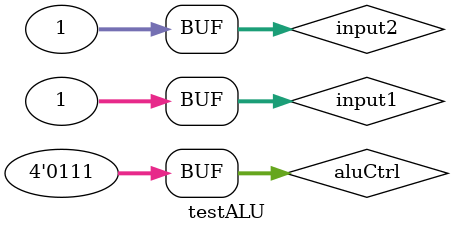
<source format=v>
module alu(alu_Result, alu_zeroFlag, input1, input2, aluCtrl);

output reg [31:0] alu_Result;
input [31:0] input1, input2;
output reg alu_zeroFlag;
input [3:0] aluCtrl;

always@(input1 or input2 or aluCtrl)
begin

	case (aluCtrl)
		4'b0000 : alu_Result = input1 & input2; // AND
		4'b0001 : alu_Result = input1 | input2; // OR
		4'b0010 : alu_Result = input1 + input2; // ADD
		4'b0110 : alu_Result = input1 - input2; // SUBTRACT
		4'b0111 : if (input1 < input2) alu_Result = 32'd1; 
			else alu_Result = 32'd0; //SLT 
		default : alu_Result = 32'hxxxxxxxx;
	endcase

	if (alu_Result == 32'd0)
		alu_zeroFlag = 1;
	else 
		alu_zeroFlag = 0;

end
endmodule 

module testALU();

wire [31:0] alu_Result;
reg [31:0] input1, input2;
wire alu_zeroFlag;
reg [3:0] aluCtrl;

alu a(alu_Result, alu_zeroFlag, input1, input2, aluCtrl);
initial begin
	input1 = 32'd1;
	input2 = 32'd1;
	end

always
	begin
		#100
		aluCtrl = 4'b0000; // AND
		#100
		aluCtrl = 4'b0001; // OR
		#100
		aluCtrl = 4'b0010; // ADD
		#100
		aluCtrl = 4'b0110; // SUBTRACT
		#100
		aluCtrl = 4'b0111; //SLT
		//#100
	end
endmodule

</source>
